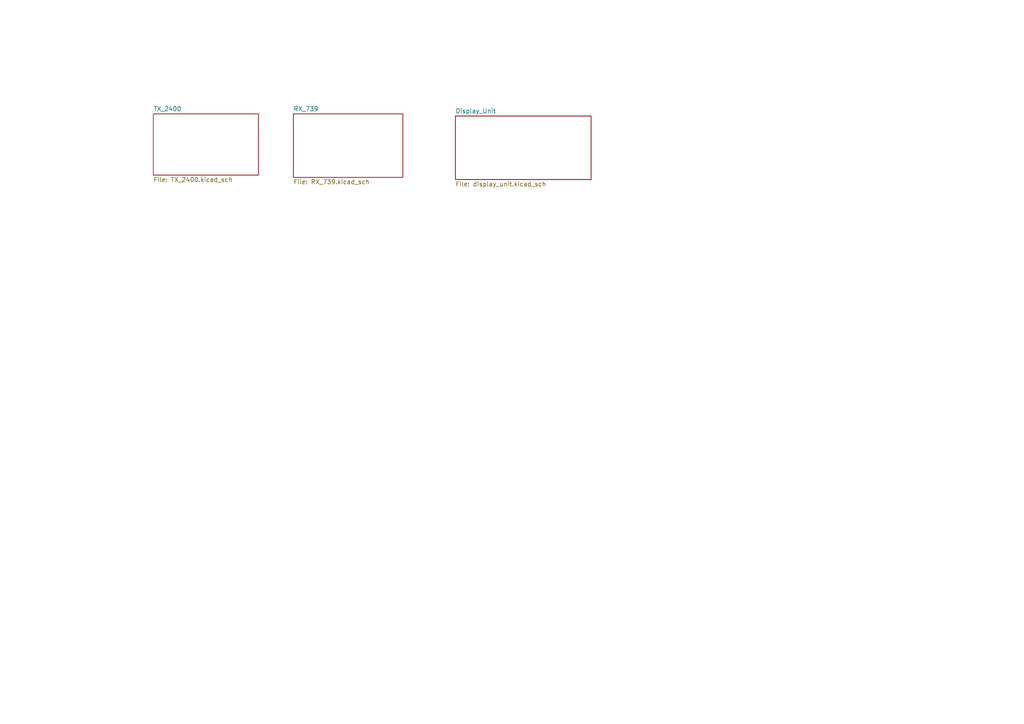
<source format=kicad_sch>
(kicad_sch
	(version 20231120)
	(generator "eeschema")
	(generator_version "8.0")
	(uuid "2582416d-5e31-4efb-9478-80d896bd2c9a")
	(paper "A4")
	(lib_symbols)
	(sheet
		(at 85.09 33.02)
		(size 31.75 18.415)
		(fields_autoplaced yes)
		(stroke
			(width 0.1524)
			(type solid)
		)
		(fill
			(color 0 0 0 0.0000)
		)
		(uuid "5301a184-c4b6-46e1-9751-89e87920b03a")
		(property "Sheetname" "RX_739"
			(at 85.09 32.3084 0)
			(effects
				(font
					(size 1.27 1.27)
				)
				(justify left bottom)
			)
		)
		(property "Sheetfile" "RX_739.kicad_sch"
			(at 85.09 52.0196 0)
			(effects
				(font
					(size 1.27 1.27)
				)
				(justify left top)
			)
		)
		(instances
			(project "N3B_SDR_VUSHF_Transceiver"
				(path "/2582416d-5e31-4efb-9478-80d896bd2c9a"
					(page "3")
				)
			)
		)
	)
	(sheet
		(at 44.45 33.02)
		(size 30.48 17.78)
		(fields_autoplaced yes)
		(stroke
			(width 0.1524)
			(type solid)
		)
		(fill
			(color 0 0 0 0.0000)
		)
		(uuid "83f7ce8d-cd12-436c-bfde-dbb74cd375de")
		(property "Sheetname" "TX_2400"
			(at 44.45 32.3084 0)
			(effects
				(font
					(size 1.27 1.27)
				)
				(justify left bottom)
			)
		)
		(property "Sheetfile" "TX_2400.kicad_sch"
			(at 44.45 51.3846 0)
			(effects
				(font
					(size 1.27 1.27)
				)
				(justify left top)
			)
		)
		(instances
			(project "N3B_SDR_VUSHF_Transceiver"
				(path "/2582416d-5e31-4efb-9478-80d896bd2c9a"
					(page "2")
				)
			)
		)
	)
	(sheet
		(at 132.08 33.655)
		(size 39.37 18.415)
		(fields_autoplaced yes)
		(stroke
			(width 0.1524)
			(type solid)
		)
		(fill
			(color 0 0 0 0.0000)
		)
		(uuid "cf465eeb-107f-46fa-bd92-bcabbbbc7f22")
		(property "Sheetname" "Display_Unit"
			(at 132.08 32.9434 0)
			(effects
				(font
					(size 1.27 1.27)
				)
				(justify left bottom)
			)
		)
		(property "Sheetfile" "display_unit.kicad_sch"
			(at 132.08 52.6546 0)
			(effects
				(font
					(size 1.27 1.27)
				)
				(justify left top)
			)
		)
		(instances
			(project "N3B_SDR_VUSHF_Transceiver"
				(path "/2582416d-5e31-4efb-9478-80d896bd2c9a"
					(page "4")
				)
			)
		)
	)
	(sheet_instances
		(path "/"
			(page "1")
		)
	)
)

</source>
